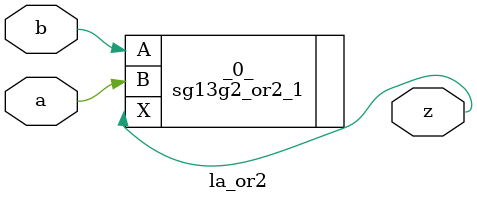
<source format=v>

/* Generated by Yosys 0.44 (git sha1 80ba43d26, g++ 11.4.0-1ubuntu1~22.04 -fPIC -O3) */

(* top =  1  *)
(* src = "generated" *)
module la_or2 (
    a,
    b,
    z
);
  (* src = "generated" *)
  input a;
  wire a;
  (* src = "generated" *)
  input b;
  wire b;
  (* src = "generated" *)
  output z;
  wire z;
  sg13g2_or2_1 _0_ (
      .A(b),
      .B(a),
      .X(z)
  );
endmodule

</source>
